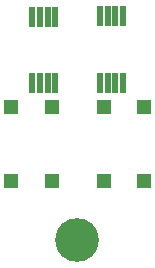
<source format=gbs>
G04 ---------------------------- Layer name :BOTTOM SOLDER LAYER*
G04 EasyEDA v5.3.2, Thu, 15 Mar 2018 12:19:24 GMT*
G04 Gerber Generator version 0.2*
G04 Scale: 100 percent, Rotated: No, Reflected: No *
G04 Dimensions in millimeters *
G04 leading zeros omitted , absolute positions ,3 integer and 3 decimal *
%FSLAX33Y33*%
%MOMM*%
G90*
G71D02*

%ADD70R,0.553212X1.703197*%
%ADD71R,1.303198X1.303198*%
%ADD73C,3.703066*%

%LPD*%
G54D70*
G01X3648Y22470D03*
G01X5609Y22470D03*
G01X4969Y22470D03*
G01X4329Y22470D03*
G01X3648Y16845D03*
G01X5609Y16845D03*
G01X4969Y16845D03*
G01X4328Y16845D03*
G01X9360Y22483D03*
G01X11320Y22483D03*
G01X10680Y22483D03*
G01X10040Y22483D03*
G01X9360Y16858D03*
G01X11320Y16858D03*
G01X10680Y16858D03*
G01X10040Y16858D03*
G54D73*
G01X7466Y3573D03*
G54D71*
G01X13112Y14843D03*
G01X9711Y14843D03*
G01X13109Y8547D03*
G01X9711Y8547D03*
G01X5279Y14843D03*
G01X1880Y14843D03*
G01X5276Y8547D03*
G01X1878Y8547D03*
M00*
M02*

</source>
